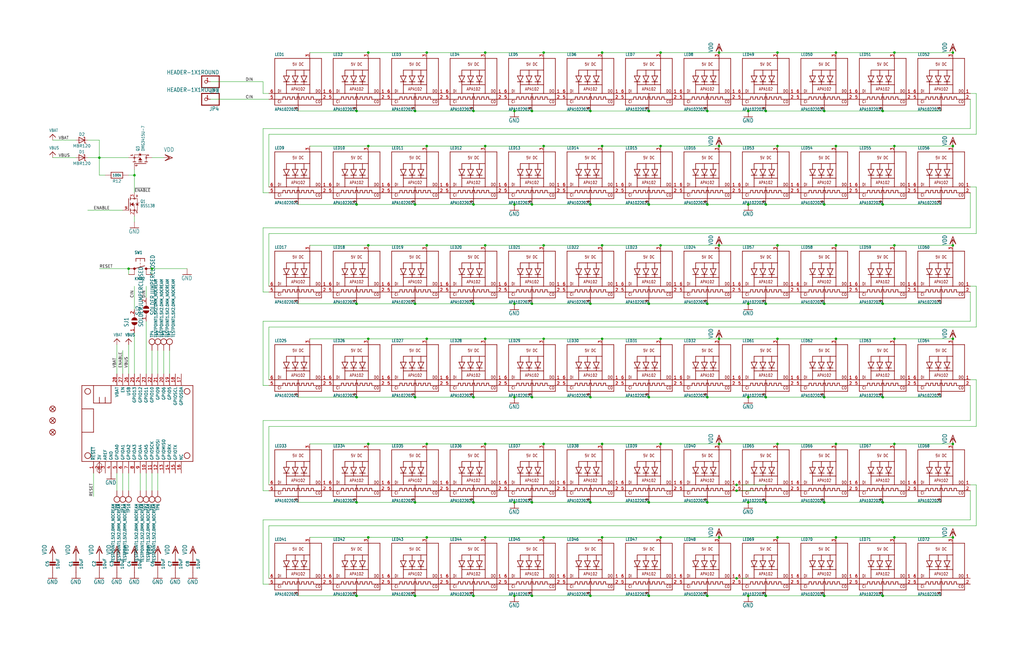
<source format=kicad_sch>
(kicad_sch (version 20211123) (generator eeschema)
  (paper "User" 444.957 284.048)
  (junction (at 66.04 116.84))
  (junction (at 287.02 63.5))
  (junction (at 337.82 106.68))
  (junction (at 223.52 218.44))
  (junction (at 58.42 76.2))
  (junction (at 363.22 106.68))
  (junction (at 414.02 147.32))
  (junction (at 307.34 88.9))
  (junction (at 307.34 218.44))
  (junction (at 261.62 63.5))
  (junction (at 231.14 88.9))
  (junction (at 287.02 147.32))
  (junction (at 383.54 88.9))
  (junction (at 261.62 233.68))
  (junction (at 320.04 213.36))
  (junction (at 383.54 259.08))
  (junction (at 210.82 193.04))
  (junction (at 337.82 233.68))
  (junction (at 256.54 48.26))
  (junction (at 325.12 218.44))
  (junction (at 363.22 63.5))
  (junction (at 160.02 106.68))
  (junction (at 210.82 22.86))
  (junction (at 388.62 233.68))
  (junction (at 210.82 147.32))
  (junction (at 307.34 132.08))
  (junction (at 358.14 218.44))
  (junction (at 307.34 48.26))
  (junction (at 388.62 193.04))
  (junction (at 332.74 218.44))
  (junction (at 261.62 193.04))
  (junction (at 185.42 106.68))
  (junction (at 236.22 63.5))
  (junction (at 154.94 218.44))
  (junction (at 180.34 132.08))
  (junction (at 154.94 172.72))
  (junction (at 160.02 233.68))
  (junction (at 363.22 22.86))
  (junction (at 160.02 193.04))
  (junction (at 231.14 48.26))
  (junction (at 154.94 259.08))
  (junction (at 363.22 233.68))
  (junction (at 205.74 132.08))
  (junction (at 180.34 218.44))
  (junction (at 312.42 147.32))
  (junction (at 261.62 22.86))
  (junction (at 358.14 259.08))
  (junction (at 332.74 48.26))
  (junction (at 281.94 132.08))
  (junction (at 236.22 106.68))
  (junction (at 160.02 63.5))
  (junction (at 223.52 132.08))
  (junction (at 307.34 172.72))
  (junction (at 236.22 193.04))
  (junction (at 358.14 48.26))
  (junction (at 287.02 233.68))
  (junction (at 180.34 48.26))
  (junction (at 223.52 172.72))
  (junction (at 383.54 172.72))
  (junction (at 312.42 63.5))
  (junction (at 231.14 259.08))
  (junction (at 256.54 172.72))
  (junction (at 358.14 88.9))
  (junction (at 205.74 172.72))
  (junction (at 185.42 193.04))
  (junction (at 287.02 106.68))
  (junction (at 388.62 147.32))
  (junction (at 236.22 147.32))
  (junction (at 256.54 259.08))
  (junction (at 180.34 259.08))
  (junction (at 210.82 233.68))
  (junction (at 256.54 88.9))
  (junction (at 320.04 251.46))
  (junction (at 185.42 147.32))
  (junction (at 185.42 63.5))
  (junction (at 337.82 193.04))
  (junction (at 388.62 63.5))
  (junction (at 281.94 88.9))
  (junction (at 307.34 259.08))
  (junction (at 414.02 63.5))
  (junction (at 414.02 193.04))
  (junction (at 180.34 88.9))
  (junction (at 210.82 106.68))
  (junction (at 312.42 233.68))
  (junction (at 231.14 218.44))
  (junction (at 281.94 218.44))
  (junction (at 256.54 218.44))
  (junction (at 154.94 88.9))
  (junction (at 414.02 233.68))
  (junction (at 281.94 172.72))
  (junction (at 414.02 106.68))
  (junction (at 332.74 259.08))
  (junction (at 205.74 48.26))
  (junction (at 337.82 22.86))
  (junction (at 312.42 193.04))
  (junction (at 325.12 48.26))
  (junction (at 185.42 233.68))
  (junction (at 383.54 132.08))
  (junction (at 180.34 172.72))
  (junction (at 223.52 48.26))
  (junction (at 332.74 132.08))
  (junction (at 205.74 88.9))
  (junction (at 281.94 48.26))
  (junction (at 388.62 106.68))
  (junction (at 363.22 193.04))
  (junction (at 210.82 63.5))
  (junction (at 332.74 172.72))
  (junction (at 154.94 132.08))
  (junction (at 236.22 233.68))
  (junction (at 358.14 172.72))
  (junction (at 261.62 147.32))
  (junction (at 205.74 259.08))
  (junction (at 287.02 22.86))
  (junction (at 43.18 68.58))
  (junction (at 287.02 193.04))
  (junction (at 55.88 116.84))
  (junction (at 256.54 132.08))
  (junction (at 337.82 63.5))
  (junction (at 337.82 147.32))
  (junction (at 332.74 88.9))
  (junction (at 325.12 132.08))
  (junction (at 281.94 259.08))
  (junction (at 312.42 22.86))
  (junction (at 383.54 48.26))
  (junction (at 231.14 172.72))
  (junction (at 154.94 48.26))
  (junction (at 388.62 22.86))
  (junction (at 320.04 210.82))
  (junction (at 236.22 22.86))
  (junction (at 358.14 132.08))
  (junction (at 223.52 259.08))
  (junction (at 160.02 147.32))
  (junction (at 223.52 88.9))
  (junction (at 363.22 147.32))
  (junction (at 185.42 22.86))
  (junction (at 325.12 259.08))
  (junction (at 383.54 218.44))
  (junction (at 261.62 106.68))
  (junction (at 231.14 132.08))
  (junction (at 312.42 106.68))
  (junction (at 325.12 172.72))
  (junction (at 160.02 22.86))
  (junction (at 325.12 88.9))
  (junction (at 414.02 22.86))
  (junction (at 205.74 218.44))
  (wire (pts (xy 388.62 193.04) (xy 414.02 193.04)))
  (wire (pts (xy 129.54 172.72) (xy 154.94 172.72)))
  (wire (pts (xy 358.14 259.08) (xy 383.54 259.08)))
  (wire (pts (xy 312.42 147.32) (xy 337.82 147.32)))
  (wire (pts (xy 129.54 218.44) (xy 154.94 218.44)))
  (wire (pts (xy 154.94 218.44) (xy 180.34 218.44)))
  (wire (pts (xy 134.62 233.68) (xy 160.02 233.68)))
  (wire (pts (xy 58.42 134.62) (xy 58.42 124.46)))
  (wire (pts (xy 205.74 132.08) (xy 223.52 132.08)))
  (wire (pts (xy 307.34 48.26) (xy 325.12 48.26)))
  (wire (pts (xy 66.04 116.84) (xy 81.28 116.84)))
  (wire (pts (xy 337.82 193.04) (xy 363.22 193.04)))
  (wire (pts (xy 337.82 22.86) (xy 363.22 22.86)))
  (wire (pts (xy 383.54 259.08) (xy 408.94 259.08)))
  (wire (pts (xy 185.42 106.68) (xy 210.82 106.68)))
  (wire (pts (xy 43.18 60.96) (xy 38.1 60.96)))
  (wire (pts (xy 154.94 48.26) (xy 180.34 48.26)))
  (wire (pts (xy 180.34 172.72) (xy 205.74 172.72)))
  (wire (pts (xy 223.52 132.08) (xy 231.14 132.08)))
  (wire (pts (xy 114.3 182.88) (xy 114.3 213.36)))
  (wire (pts (xy 185.42 22.86) (xy 210.82 22.86)))
  (wire (pts (xy 129.54 132.08) (xy 154.94 132.08)))
  (wire (pts (xy 114.3 35.56) (xy 114.3 40.64)))
  (wire (pts (xy 332.74 218.44) (xy 358.14 218.44)))
  (wire (pts (xy 71.12 68.58) (xy 66.04 68.58)))
  (wire (pts (xy 185.42 63.5) (xy 210.82 63.5)))
  (wire (pts (xy 185.42 193.04) (xy 210.82 193.04)))
  (wire (pts (xy 261.62 147.32) (xy 287.02 147.32)))
  (wire (pts (xy 114.3 99.06) (xy 114.3 127)))
  (wire (pts (xy 337.82 233.68) (xy 363.22 233.68)))
  (wire (pts (xy 424.18 228.6) (xy 424.18 210.82)))
  (wire (pts (xy 210.82 22.86) (xy 236.22 22.86)))
  (wire (pts (xy 116.84 251.46) (xy 116.84 228.6)))
  (wire (pts (xy 116.84 81.28) (xy 116.84 58.42)))
  (wire (pts (xy 261.62 22.86) (xy 287.02 22.86)))
  (wire (pts (xy 421.64 83.82) (xy 421.64 99.06)))
  (wire (pts (xy 55.88 116.84) (xy 43.18 116.84)))
  (wire (pts (xy 332.74 88.9) (xy 358.14 88.9)))
  (wire (pts (xy 424.18 58.42) (xy 424.18 40.64)))
  (wire (pts (xy 421.64 43.18) (xy 421.64 55.88)))
  (wire (pts (xy 114.3 213.36) (xy 116.84 213.36)))
  (wire (pts (xy 312.42 22.86) (xy 337.82 22.86)))
  (wire (pts (xy 363.22 147.32) (xy 388.62 147.32)))
  (wire (pts (xy 388.62 233.68) (xy 414.02 233.68)))
  (wire (pts (xy 129.54 259.08) (xy 154.94 259.08)))
  (wire (pts (xy 154.94 88.9) (xy 180.34 88.9)))
  (wire (pts (xy 325.12 218.44) (xy 332.74 218.44)))
  (wire (pts (xy 363.22 193.04) (xy 388.62 193.04)))
  (wire (pts (xy 281.94 172.72) (xy 307.34 172.72)))
  (wire (pts (xy 114.3 127) (xy 116.84 127)))
  (wire (pts (xy 114.3 83.82) (xy 116.84 83.82)))
  (wire (pts (xy 210.82 233.68) (xy 236.22 233.68)))
  (wire (pts (xy 180.34 88.9) (xy 205.74 88.9)))
  (wire (pts (xy 256.54 88.9) (xy 281.94 88.9)))
  (wire (pts (xy 223.52 172.72) (xy 231.14 172.72)))
  (wire (pts (xy 281.94 88.9) (xy 307.34 88.9)))
  (wire (pts (xy 223.52 259.08) (xy 231.14 259.08)))
  (wire (pts (xy 114.3 167.64) (xy 114.3 139.7)))
  (wire (pts (xy 33.02 60.96) (xy 22.86 60.96)))
  (wire (pts (xy 160.02 106.68) (xy 185.42 106.68)))
  (wire (pts (xy 363.22 63.5) (xy 388.62 63.5)))
  (wire (pts (xy 231.14 218.44) (xy 256.54 218.44)))
  (wire (pts (xy 210.82 63.5) (xy 236.22 63.5)))
  (wire (pts (xy 160.02 233.68) (xy 185.42 233.68)))
  (wire (pts (xy 223.52 88.9) (xy 231.14 88.9)))
  (wire (pts (xy 134.62 193.04) (xy 160.02 193.04)))
  (wire (pts (xy 332.74 48.26) (xy 358.14 48.26)))
  (wire (pts (xy 116.84 254) (xy 114.3 254)))
  (wire (pts (xy 421.64 99.06) (xy 114.3 99.06)))
  (wire (pts (xy 236.22 22.86) (xy 261.62 22.86)))
  (wire (pts (xy 358.14 88.9) (xy 383.54 88.9)))
  (wire (pts (xy 40.64 205.74) (xy 40.64 215.9)))
  (wire (pts (xy 68.58 213.36) (xy 68.58 205.74)))
  (wire (pts (xy 281.94 218.44) (xy 307.34 218.44)))
  (wire (pts (xy 71.12 152.4) (xy 71.12 162.56)))
  (wire (pts (xy 358.14 218.44) (xy 383.54 218.44)))
  (wire (pts (xy 63.5 213.36) (xy 63.5 205.74)))
  (wire (pts (xy 231.14 259.08) (xy 256.54 259.08)))
  (wire (pts (xy 205.74 48.26) (xy 223.52 48.26)))
  (wire (pts (xy 55.88 68.58) (xy 43.18 68.58)))
  (wire (pts (xy 180.34 132.08) (xy 205.74 132.08)))
  (wire (pts (xy 116.84 101.6) (xy 424.18 101.6)))
  (wire (pts (xy 91.44 43.18) (xy 116.84 43.18)))
  (wire (pts (xy 424.18 40.64) (xy 421.64 40.64)))
  (wire (pts (xy 43.18 68.58) (xy 43.18 60.96)))
  (wire (pts (xy 114.3 139.7) (xy 421.64 139.7)))
  (wire (pts (xy 210.82 106.68) (xy 236.22 106.68)))
  (wire (pts (xy 327.66 213.36) (xy 320.04 213.36)))
  (wire (pts (xy 383.54 88.9) (xy 408.94 88.9)))
  (wire (pts (xy 43.18 76.2) (xy 45.72 76.2)))
  (wire (pts (xy 114.3 254) (xy 114.3 226.06)))
  (wire (pts (xy 236.22 147.32) (xy 261.62 147.32)))
  (wire (pts (xy 421.64 226.06) (xy 421.64 213.36)))
  (wire (pts (xy 116.84 165.1) (xy 116.84 142.24)))
  (wire (pts (xy 223.52 48.26) (xy 231.14 48.26)))
  (wire (pts (xy 236.22 193.04) (xy 261.62 193.04)))
  (wire (pts (xy 424.18 185.42) (xy 424.18 165.1)))
  (wire (pts (xy 58.42 144.78) (xy 58.42 162.56)))
  (wire (pts (xy 160.02 63.5) (xy 185.42 63.5)))
  (wire (pts (xy 116.84 210.82) (xy 116.84 185.42)))
  (wire (pts (xy 60.96 213.36) (xy 60.96 205.74)))
  (wire (pts (xy 134.62 22.86) (xy 160.02 22.86)))
  (wire (pts (xy 421.64 55.88) (xy 114.3 55.88)))
  (wire (pts (xy 256.54 132.08) (xy 281.94 132.08)))
  (wire (pts (xy 307.34 172.72) (xy 325.12 172.72)))
  (wire (pts (xy 116.84 228.6) (xy 424.18 228.6)))
  (wire (pts (xy 287.02 63.5) (xy 312.42 63.5)))
  (wire (pts (xy 223.52 218.44) (xy 231.14 218.44)))
  (wire (pts (xy 312.42 106.68) (xy 337.82 106.68)))
  (wire (pts (xy 261.62 63.5) (xy 287.02 63.5)))
  (wire (pts (xy 236.22 63.5) (xy 261.62 63.5)))
  (wire (pts (xy 281.94 259.08) (xy 307.34 259.08)))
  (wire (pts (xy 58.42 76.2) (xy 58.42 83.82)))
  (wire (pts (xy 383.54 48.26) (xy 408.94 48.26)))
  (wire (pts (xy 325.12 88.9) (xy 332.74 88.9)))
  (wire (pts (xy 325.12 172.72) (xy 332.74 172.72)))
  (wire (pts (xy 33.02 68.58) (xy 22.86 68.58)))
  (wire (pts (xy 231.14 172.72) (xy 256.54 172.72)))
  (wire (pts (xy 332.74 210.82) (xy 320.04 210.82)))
  (wire (pts (xy 358.14 172.72) (xy 383.54 172.72)))
  (wire (pts (xy 55.88 76.2) (xy 58.42 76.2)))
  (wire (pts (xy 256.54 259.08) (xy 281.94 259.08)))
  (wire (pts (xy 337.82 106.68) (xy 363.22 106.68)))
  (wire (pts (xy 421.64 182.88) (xy 114.3 182.88)))
  (wire (pts (xy 66.04 152.4) (xy 66.04 162.56)))
  (wire (pts (xy 281.94 132.08) (xy 307.34 132.08)))
  (wire (pts (xy 287.02 22.86) (xy 312.42 22.86)))
  (wire (pts (xy 261.62 233.68) (xy 287.02 233.68)))
  (wire (pts (xy 332.74 132.08) (xy 358.14 132.08)))
  (wire (pts (xy 363.22 106.68) (xy 388.62 106.68)))
  (wire (pts (xy 256.54 218.44) (xy 281.94 218.44)))
  (wire (pts (xy 325.12 132.08) (xy 332.74 132.08)))
  (wire (pts (xy 307.34 218.44) (xy 325.12 218.44)))
  (wire (pts (xy 63.5 162.56) (xy 63.5 139.7)))
  (wire (pts (xy 114.3 226.06) (xy 421.64 226.06)))
  (wire (pts (xy 134.62 106.68) (xy 160.02 106.68)))
  (wire (pts (xy 160.02 193.04) (xy 185.42 193.04)))
  (wire (pts (xy 180.34 218.44) (xy 205.74 218.44)))
  (wire (pts (xy 180.34 48.26) (xy 205.74 48.26)))
  (wire (pts (xy 337.82 63.5) (xy 363.22 63.5)))
  (wire (pts (xy 424.18 81.28) (xy 421.64 81.28)))
  (wire (pts (xy 231.14 48.26) (xy 256.54 48.26)))
  (wire (pts (xy 185.42 233.68) (xy 210.82 233.68)))
  (wire (pts (xy 358.14 132.08) (xy 383.54 132.08)))
  (wire (pts (xy 307.34 259.08) (xy 325.12 259.08)))
  (wire (pts (xy 256.54 48.26) (xy 281.94 48.26)))
  (wire (pts (xy 205.74 259.08) (xy 223.52 259.08)))
  (wire (pts (xy 154.94 172.72) (xy 180.34 172.72)))
  (wire (pts (xy 114.3 40.64) (xy 116.84 40.64)))
  (wire (pts (xy 261.62 106.68) (xy 287.02 106.68)))
  (wire (pts (xy 281.94 48.26) (xy 307.34 48.26)))
  (wire (pts (xy 424.18 124.46) (xy 421.64 124.46)))
  (wire (pts (xy 236.22 106.68) (xy 261.62 106.68)))
  (wire (pts (xy 325.12 251.46) (xy 320.04 251.46)))
  (wire (pts (xy 116.84 142.24) (xy 424.18 142.24)))
  (wire (pts (xy 50.8 162.56) (xy 50.8 149.86)))
  (wire (pts (xy 287.02 147.32) (xy 312.42 147.32)))
  (wire (pts (xy 332.74 259.08) (xy 358.14 259.08)))
  (wire (pts (xy 58.42 96.52) (xy 58.42 93.98)))
  (wire (pts (xy 332.74 172.72) (xy 358.14 172.72)))
  (wire (pts (xy 129.54 88.9) (xy 154.94 88.9)))
  (wire (pts (xy 116.84 185.42) (xy 424.18 185.42)))
  (wire (pts (xy 287.02 193.04) (xy 312.42 193.04)))
  (wire (pts (xy 424.18 142.24) (xy 424.18 124.46)))
  (wire (pts (xy 66.04 213.36) (xy 66.04 205.74)))
  (wire (pts (xy 383.54 218.44) (xy 408.94 218.44)))
  (wire (pts (xy 287.02 233.68) (xy 312.42 233.68)))
  (wire (pts (xy 73.66 152.4) (xy 73.66 162.56)))
  (wire (pts (xy 337.82 147.32) (xy 363.22 147.32)))
  (wire (pts (xy 50.8 213.36) (xy 50.8 205.74)))
  (wire (pts (xy 53.34 162.56) (xy 53.34 152.4)))
  (wire (pts (xy 53.34 213.36) (xy 53.34 205.74)))
  (wire (pts (xy 312.42 63.5) (xy 337.82 63.5)))
  (wire (pts (xy 312.42 193.04) (xy 337.82 193.04)))
  (wire (pts (xy 287.02 106.68) (xy 312.42 106.68)))
  (wire (pts (xy 205.74 218.44) (xy 223.52 218.44)))
  (wire (pts (xy 312.42 233.68) (xy 337.82 233.68)))
  (wire (pts (xy 114.3 55.88) (xy 114.3 83.82)))
  (wire (pts (xy 116.84 58.42) (xy 424.18 58.42)))
  (wire (pts (xy 421.64 139.7) (xy 421.64 127)))
  (wire (pts (xy 160.02 147.32) (xy 185.42 147.32)))
  (wire (pts (xy 154.94 259.08) (xy 180.34 259.08)))
  (wire (pts (xy 205.74 172.72) (xy 223.52 172.72)))
  (wire (pts (xy 91.44 35.56) (xy 114.3 35.56)))
  (wire (pts (xy 55.88 149.86) (xy 55.88 162.56)))
  (wire (pts (xy 231.14 88.9) (xy 256.54 88.9)))
  (wire (pts (xy 116.84 124.46) (xy 116.84 101.6)))
  (wire (pts (xy 424.18 210.82) (xy 421.64 210.82)))
  (wire (pts (xy 154.94 132.08) (xy 180.34 132.08)))
  (wire (pts (xy 116.84 167.64) (xy 114.3 167.64)))
  (wire (pts (xy 388.62 63.5) (xy 414.02 63.5)))
  (wire (pts (xy 307.34 88.9) (xy 325.12 88.9)))
  (wire (pts (xy 424.18 101.6) (xy 424.18 81.28)))
  (wire (pts (xy 325.12 48.26) (xy 332.74 48.26)))
  (wire (pts (xy 160.02 22.86) (xy 185.42 22.86)))
  (wire (pts (xy 38.1 68.58) (xy 43.18 68.58)))
  (wire (pts (xy 388.62 106.68) (xy 414.02 106.68)))
  (wire (pts (xy 358.14 48.26) (xy 383.54 48.26)))
  (wire (pts (xy 383.54 132.08) (xy 408.94 132.08)))
  (wire (pts (xy 325.12 259.08) (xy 332.74 259.08)))
  (wire (pts (xy 185.42 147.32) (xy 210.82 147.32)))
  (wire (pts (xy 307.34 132.08) (xy 325.12 132.08)))
  (wire (pts (xy 134.62 63.5) (xy 160.02 63.5)))
  (wire (pts (xy 63.5 124.46) (xy 63.5 129.54)))
  (wire (pts (xy 205.74 88.9) (xy 223.52 88.9)))
  (wire (pts (xy 129.54 48.26) (xy 154.94 48.26)))
  (wire (pts (xy 53.34 91.44) (xy 38.1 91.44)))
  (wire (pts (xy 210.82 193.04) (xy 236.22 193.04)))
  (wire (pts (xy 388.62 147.32) (xy 414.02 147.32)))
  (wire (pts (xy 421.64 167.64) (xy 421.64 182.88)))
  (wire (pts (xy 55.88 213.36) (xy 55.88 205.74)))
  (wire (pts (xy 383.54 172.72) (xy 408.94 172.72)))
  (wire (pts (xy 236.22 233.68) (xy 261.62 233.68)))
  (wire (pts (xy 66.04 116.84) (xy 66.04 119.38)))
  (wire (pts (xy 363.22 233.68) (xy 388.62 233.68)))
  (wire (pts (xy 180.34 259.08) (xy 205.74 259.08)))
  (wire (pts (xy 363.22 22.86) (xy 388.62 22.86)))
  (wire (pts (xy 231.14 132.08) (xy 256.54 132.08)))
  (wire (pts (xy 424.18 165.1) (xy 421.64 165.1)))
  (wire (pts (xy 210.82 147.32) (xy 236.22 147.32)))
  (wire (pts (xy 43.18 68.58) (xy 43.18 76.2)))
  (wire (pts (xy 388.62 22.86) (xy 414.02 22.86)))
  (wire (pts (xy 68.58 162.56) (xy 68.58 152.4)))
  (wire (pts (xy 58.42 73.66) (xy 58.42 76.2)))
  (wire (pts (xy 256.54 172.72) (xy 281.94 172.72)))
  (wire (pts (xy 261.62 193.04) (xy 287.02 193.04)))
  (wire (pts (xy 55.88 116.84) (xy 55.88 119.38)))
  (wire (pts (xy 134.62 147.32) (xy 160.02 147.32)))
  (label "RESET" (at 43.18 116.84 0) (effects (font (size 1.2446 1.2446))))
  (label "VBUS" (at 55.88 160.02 90) (effects (font (size 1.2446 1.2446))))
  (label "RESET" (at 40.64 215.9 90) (effects (font (size 1.2446 1.2446))))
  (label "ENABLE" (at 40.64 91.44 0) (effects (font (size 1.2446 1.2446))))
  (label "DIN" (at 63.5 129.54 90) (effects (font (size 1.2446 1.2446))))
  (label "CIN" (at 58.42 129.54 90) (effects (font (size 1.2446 1.2446))))
  (label "ENABLE" (at 53.34 160.02 90) (effects (font (size 1.2446 1.2446))))
  (label "CIN" (at 106.68 43.18 0) (effects (font (size 1.2446 1.2446))))
  (label "DIN" (at 106.68 35.56 0) (effects (font (size 1.2446 1.2446))))
  (label "VBUS" (at 25.4 68.58 0) (effects (font (size 1.2446 1.2446))))
  (label "~{ENABLE}" (at 58.42 83.82 0) (effects (font (size 1.2446 1.2446))))
  (label "VBAT" (at 50.8 160.02 90) (effects (font (size 1.2446 1.2446))))
  (label "VBAT" (at 25.4 60.96 0) (effects (font (size 1.2446 1.2446))))
  (global_label "3V" (shape bidirectional) (at 43.18 205.74 90) (effects (font (size 1.016 1.016))) (property "Intersheet References" "${INTERSHEET_REFS}" (effects hide)))
  (symbol (lib_id "eagleSchem-eagle-import:TESTPOINT1.5X2.0MM_NOCREAM") (at 68.58 152.4 0) (unit 1)
    (property "Reference" "TP2" (at 68.58 146.812 90) (effects (font (size 1.27 1.0795)) (justify left)))
    (property "Value" "TESTPOINT1.5X2.0MM_NOCREAM" (at 70.231 146.812 90) (effects (font (size 1.27 1.0795)) (justify left)))
    (property "Footprint" "eagleSchem:PAD-1.5X2.0" (effects hide))
  )
  (symbol (lib_id "eagleSchem-eagle-import:GND") (at 325.12 134.62 0) (unit 1)
    (property "Reference" "#GND10" (effects hide))
    (property "Value" "GND" (at 322.58 137.16 0) (effects (font (size 1.778 1.5113)) (justify left bottom)))
    (property "Footprint" "eagleSchem:" (effects hide))
  )
  (symbol (lib_id "eagleSchem-eagle-import:APA1022020") (at 231.14 119.38 0) (unit 1)
    (property "Reference" "LED21" (at 220.98 108.204 0) (effects (font (size 1.27 1.0795)) (justify left bottom)))
    (property "Value" "APA1022020" (at 220.98 132.08 0) (effects (font (size 1.27 1.0795)) (justify left bottom)))
    (property "Footprint" "eagleSchem:APA102_2020" (effects hide))
  )
  (symbol (lib_id "eagleSchem-eagle-import:APA1022020") (at 256.54 76.2 0) (unit 1)
    (property "Reference" "LED14" (at 246.38 65.024 0) (effects (font (size 1.27 1.0795)) (justify left bottom)))
    (property "Value" "APA1022020" (at 246.38 88.9 0) (effects (font (size 1.27 1.0795)) (justify left bottom)))
    (property "Footprint" "eagleSchem:APA102_2020" (effects hide))
  )
  (symbol (lib_id "eagleSchem-eagle-import:APA1022020") (at 383.54 76.2 0) (unit 1)
    (property "Reference" "LED55" (at 373.38 65.024 0) (effects (font (size 1.27 1.0795)) (justify left bottom)))
    (property "Value" "APA1022020" (at 373.38 88.9 0) (effects (font (size 1.27 1.0795)) (justify left bottom)))
    (property "Footprint" "eagleSchem:APA102_2020" (effects hide))
  )
  (symbol (lib_id "eagleSchem-eagle-import:APA1022020") (at 154.94 119.38 0) (unit 1)
    (property "Reference" "LED18" (at 144.78 108.204 0) (effects (font (size 1.27 1.0795)) (justify left bottom)))
    (property "Value" "APA1022020" (at 144.78 132.08 0) (effects (font (size 1.27 1.0795)) (justify left bottom)))
    (property "Footprint" "eagleSchem:APA102_2020" (effects hide))
  )
  (symbol (lib_id "eagleSchem-eagle-import:APA1022020") (at 256.54 205.74 0) (unit 1)
    (property "Reference" "LED38" (at 246.38 194.564 0) (effects (font (size 1.27 1.0795)) (justify left bottom)))
    (property "Value" "APA1022020" (at 246.38 218.44 0) (effects (font (size 1.27 1.0795)) (justify left bottom)))
    (property "Footprint" "eagleSchem:APA102_2020" (effects hide))
  )
  (symbol (lib_id "eagleSchem-eagle-import:GND") (at 223.52 91.44 0) (unit 1)
    (property "Reference" "#GND2" (effects hide))
    (property "Value" "GND" (at 220.98 93.98 0) (effects (font (size 1.778 1.5113)) (justify left bottom)))
    (property "Footprint" "eagleSchem:" (effects hide))
  )
  (symbol (lib_id "eagleSchem-eagle-import:APA1022020") (at 383.54 35.56 0) (unit 1)
    (property "Reference" "LED51" (at 373.38 24.384 0) (effects (font (size 1.27 1.0795)) (justify left bottom)))
    (property "Value" "APA1022020" (at 373.38 48.26 0) (effects (font (size 1.27 1.0795)) (justify left bottom)))
    (property "Footprint" "eagleSchem:APA102_2020" (effects hide))
  )
  (symbol (lib_id "eagleSchem-eagle-import:VDD") (at 50.8 238.76 0) (unit 1)
    (property "Reference" "#VDD18" (effects hide))
    (property "Value" "VDD" (at 48.26 241.3 90) (effects (font (size 1.778 1.5113)) (justify left bottom)))
    (property "Footprint" "eagleSchem:" (effects hide))
  )
  (symbol (lib_id "eagleSchem-eagle-import:VDD") (at 414.02 104.14 0) (unit 1)
    (property "Reference" "#VDD10" (effects hide))
    (property "Value" "VDD" (at 411.48 106.68 90) (effects (font (size 1.778 1.5113)) (justify left bottom)))
    (property "Footprint" "eagleSchem:" (effects hide))
  )
  (symbol (lib_id "eagleSchem-eagle-import:TESTPOINT1.5X2.0MM_NOCREAM") (at 63.5 213.36 180) (unit 1)
    (property "Reference" "TP7" (at 63.5 218.948 90) (effects (font (size 1.27 1.0795)) (justify left)))
    (property "Value" "TESTPOINT1.5X2.0MM_NOCREAM" (at 61.849 218.948 90) (effects (font (size 1.27 1.0795)) (justify left)))
    (property "Footprint" "eagleSchem:PAD-1.5X2.0" (effects hide))
  )
  (symbol (lib_id "eagleSchem-eagle-import:SOLDERJUMPERCLOSED") (at 58.42 139.7 90) (unit 1)
    (property "Reference" "SJ1" (at 55.88 142.24 0) (effects (font (size 1.778 1.5113)) (justify left bottom)))
    (property "Value" "SOLDERJUMPERCLOSED" (at 62.23 142.24 0) (effects (font (size 1.778 1.5113)) (justify left bottom)))
    (property "Footprint" "eagleSchem:SOLDERJUMPER_CLOSEDWIRE" (effects hide))
  )
  (symbol (lib_id "eagleSchem-eagle-import:VDD") (at 312.42 231.14 0) (unit 1)
    (property "Reference" "#VDD6" (effects hide))
    (property "Value" "VDD" (at 309.88 233.68 90) (effects (font (size 1.778 1.5113)) (justify left bottom)))
    (property "Footprint" "eagleSchem:" (effects hide))
  )
  (symbol (lib_id "eagleSchem-eagle-import:CAP_CERAMIC0805-NOOUTLINE") (at 43.18 246.38 0) (unit 1)
    (property "Reference" "C2" (at 40.89 245.13 90))
    (property "Value" "10uF" (at 45.48 245.13 90))
    (property "Footprint" "eagleSchem:0805-NO" (effects hide))
  )
  (symbol (lib_id "eagleSchem-eagle-import:APA1022020") (at 332.74 76.2 0) (unit 1)
    (property "Reference" "LED53" (at 322.58 65.024 0) (effects (font (size 1.27 1.0795)) (justify left bottom)))
    (property "Value" "APA1022020" (at 322.58 88.9 0) (effects (font (size 1.27 1.0795)) (justify left bottom)))
    (property "Footprint" "eagleSchem:APA102_2020" (effects hide))
  )
  (symbol (lib_id "eagleSchem-eagle-import:APA1022020") (at 358.14 160.02 0) (unit 1)
    (property "Reference" "LED62" (at 347.98 148.844 0) (effects (font (size 1.27 1.0795)) (justify left bottom)))
    (property "Value" "APA1022020" (at 347.98 172.72 0) (effects (font (size 1.27 1.0795)) (justify left bottom)))
    (property "Footprint" "eagleSchem:APA102_2020" (effects hide))
  )
  (symbol (lib_id "eagleSchem-eagle-import:TESTPOINT1.5X2.0MM_NOCREAM") (at 66.04 213.36 180) (unit 1)
    (property "Reference" "TP5" (at 66.04 218.948 90) (effects (font (size 1.27 1.0795)) (justify left)))
    (property "Value" "TESTPOINT1.5X2.0MM_NOCREAM" (at 64.389 218.948 90) (effects (font (size 1.27 1.0795)) (justify left)))
    (property "Footprint" "eagleSchem:PAD-1.5X2.0" (effects hide))
  )
  (symbol (lib_id "eagleSchem-eagle-import:VDD") (at 414.02 60.96 0) (unit 1)
    (property "Reference" "#VDD8" (effects hide))
    (property "Value" "VDD" (at 411.48 63.5 90) (effects (font (size 1.778 1.5113)) (justify left bottom)))
    (property "Footprint" "eagleSchem:" (effects hide))
  )
  (symbol (lib_id "eagleSchem-eagle-import:CAP_CERAMIC0805-NOOUTLINE") (at 50.8 246.38 0) (unit 1)
    (property "Reference" "C3" (at 48.51 245.13 90))
    (property "Value" "10uF" (at 53.1 245.13 90))
    (property "Footprint" "eagleSchem:0805-NO" (effects hide))
  )
  (symbol (lib_id "eagleSchem-eagle-import:VDD") (at 83.82 238.76 0) (unit 1)
    (property "Reference" "#VDD23" (effects hide))
    (property "Value" "VDD" (at 81.28 241.3 90) (effects (font (size 1.778 1.5113)) (justify left bottom)))
    (property "Footprint" "eagleSchem:" (effects hide))
  )
  (symbol (lib_id "eagleSchem-eagle-import:CAP_CERAMIC0805-NOOUTLINE") (at 68.58 246.38 0) (unit 1)
    (property "Reference" "C6" (at 66.29 245.13 90))
    (property "Value" "10uF" (at 70.88 245.13 90))
    (property "Footprint" "eagleSchem:0805-NO" (effects hide))
  )
  (symbol (lib_id "eagleSchem-eagle-import:APA1022020") (at 307.34 205.74 0) (unit 1)
    (property "Reference" "LED40" (at 297.18 194.564 0) (effects (font (size 1.27 1.0795)) (justify left bottom)))
    (property "Value" "APA1022020" (at 297.18 218.44 0) (effects (font (size 1.27 1.0795)) (justify left bottom)))
    (property "Footprint" "eagleSchem:APA102_2020" (effects hide))
  )
  (symbol (lib_id "eagleSchem-eagle-import:GND") (at 325.12 261.62 0) (unit 1)
    (property "Reference" "#GND13" (effects hide))
    (property "Value" "GND" (at 322.58 264.16 0) (effects (font (size 1.778 1.5113)) (justify left bottom)))
    (property "Footprint" "eagleSchem:" (effects hide))
  )
  (symbol (lib_id "eagleSchem-eagle-import:SWITCH_TACT_SMT4.6X2.8") (at 60.96 116.84 0) (unit 1)
    (property "Reference" "SW1" (at 58.42 110.49 0) (effects (font (size 1.27 1.0795)) (justify left bottom)))
    (property "Value" "KMR2" (at 58.42 121.92 0) (effects (font (size 1.27 1.0795)) (justify left bottom)))
    (property "Footprint" "eagleSchem:BTN_KMR2_4.6X2.8" (effects hide))
  )
  (symbol (lib_id "eagleSchem-eagle-import:MOSFET-PWIDE") (at 60.96 68.58 90) (unit 1)
    (property "Reference" "Q3" (at 60.579 65.786 0) (effects (font (size 1.27 1.0795)) (justify left bottom)))
    (property "Value" "DMG3415U-7" (at 62.865 65.786 0) (effects (font (size 1.27 1.0795)) (justify left bottom)))
    (property "Footprint" "eagleSchem:SOT23-WIDE" (effects hide))
  )
  (symbol (lib_id "eagleSchem-eagle-import:APA1022020") (at 256.54 246.38 0) (unit 1)
    (property "Reference" "LED46" (at 246.38 235.204 0) (effects (font (size 1.27 1.0795)) (justify left bottom)))
    (property "Value" "APA1022020" (at 246.38 259.08 0) (effects (font (size 1.27 1.0795)) (justify left bottom)))
    (property "Footprint" "eagleSchem:APA102_2020" (effects hide))
  )
  (symbol (lib_id "eagleSchem-eagle-import:APA1022020") (at 256.54 119.38 0) (unit 1)
    (property "Reference" "LED22" (at 246.38 108.204 0) (effects (font (size 1.27 1.0795)) (justify left bottom)))
    (property "Value" "APA1022020" (at 246.38 132.08 0) (effects (font (size 1.27 1.0795)) (justify left bottom)))
    (property "Footprint" "eagleSchem:APA102_2020" (effects hide))
  )
  (symbol (lib_id "eagleSchem-eagle-import:GND") (at 48.26 208.28 0) (unit 1)
    (property "Reference" "#GND21" (effects hide))
    (property "Value" "GND" (at 45.72 210.82 0) (effects (font (size 1.778 1.5113)) (justify left bottom)))
    (property "Footprint" "eagleSchem:" (effects hide))
  )
  (symbol (lib_id "eagleSchem-eagle-import:FEATHERWING") (at 35.56 200.66 0) (unit 1)
    (property "Reference" "MS1" (effects hide))
    (property "Value" "FEATHERWING" (effects hide))
    (property "Footprint" "eagleSchem:FEATHERWING" (effects hide))
  )
  (symbol (lib_id "eagleSchem-eagle-import:APA1022020") (at 256.54 35.56 0) (unit 1)
    (property "Reference" "LED6" (at 246.38 24.384 0) (effects (font (size 1.27 1.0795)) (justify left bottom)))
    (property "Value" "APA1022020" (at 246.38 48.26 0) (effects (font (size 1.27 1.0795)) (justify left bottom)))
    (property "Footprint" "eagleSchem:APA102_2020" (effects hide))
  )
  (symbol (lib_id "eagleSchem-eagle-import:APA1022020") (at 307.34 76.2 0) (unit 1)
    (property "Reference" "LED16" (at 297.18 65.024 0) (effects (font (size 1.27 1.0795)) (justify left bottom)))
    (property "Value" "APA1022020" (at 297.18 88.9 0) (effects (font (size 1.27 1.0795)) (justify left bottom)))
    (property "Footprint" "eagleSchem:APA102_2020" (effects hide))
  )
  (symbol (lib_id "eagleSchem-eagle-import:VBAT") (at 50.8 147.32 0) (unit 1)
    (property "Reference" "#U$3" (effects hide))
    (property "Value" "VBAT" (at 49.276 146.304 0) (effects (font (size 1.27 1.0795)) (justify left bottom)))
    (property "Footprint" "eagleSchem:" (effects hide))
  )
  (symbol (lib_id "eagleSchem-eagle-import:APA1022020") (at 307.34 35.56 0) (unit 1)
    (property "Reference" "LED8" (at 297.18 24.384 0) (effects (font (size 1.27 1.0795)) (justify left bottom)))
    (property "Value" "APA1022020" (at 297.18 48.26 0) (effects (font (size 1.27 1.0795)) (justify left bottom)))
    (property "Footprint" "eagleSchem:APA102_2020" (effects hide))
  )
  (symbol (lib_id "eagleSchem-eagle-import:APA1022020") (at 180.34 246.38 0) (unit 1)
    (property "Reference" "LED43" (at 170.18 235.204 0) (effects (font (size 1.27 1.0795)) (justify left bottom)))
    (property "Value" "APA1022020" (at 170.18 259.08 0) (effects (font (size 1.27 1.0795)) (justify left bottom)))
    (property "Footprint" "eagleSchem:APA102_2020" (effects hide))
  )
  (symbol (lib_id "eagleSchem-eagle-import:VDD") (at 414.02 190.5 0) (unit 1)
    (property "Reference" "#VDD12" (effects hide))
    (property "Value" "VDD" (at 411.48 193.04 90) (effects (font (size 1.778 1.5113)) (justify left bottom)))
    (property "Footprint" "eagleSchem:" (effects hide))
  )
  (symbol (lib_id "eagleSchem-eagle-import:APA1022020") (at 256.54 160.02 0) (unit 1)
    (property "Reference" "LED30" (at 246.38 148.844 0) (effects (font (size 1.27 1.0795)) (justify left bottom)))
    (property "Value" "APA1022020" (at 246.38 172.72 0) (effects (font (size 1.27 1.0795)) (justify left bottom)))
    (property "Footprint" "eagleSchem:APA102_2020" (effects hide))
  )
  (symbol (lib_id "eagleSchem-eagle-import:APA1022020") (at 307.34 160.02 0) (unit 1)
    (property "Reference" "LED32" (at 297.18 148.844 0) (effects (font (size 1.27 1.0795)) (justify left bottom)))
    (property "Value" "APA1022020" (at 297.18 172.72 0) (effects (font (size 1.27 1.0795)) (justify left bottom)))
    (property "Footprint" "eagleSchem:APA102_2020" (effects hide))
  )
  (symbol (lib_id "eagleSchem-eagle-import:VDD") (at 58.42 238.76 0) (unit 1)
    (property "Reference" "#VDD19" (effects hide))
    (property "Value" "VDD" (at 55.88 241.3 90) (effects (font (size 1.778 1.5113)) (justify left bottom)))
    (property "Footprint" "eagleSchem:" (effects hide))
  )
  (symbol (lib_id "eagleSchem-eagle-import:FIDUCIAL_1MM") (at 22.86 182.88 90) (unit 1)
    (property "Reference" "FID3" (effects hide))
    (property "Value" "FIDUCIAL_1MM" (effects hide))
    (property "Footprint" "eagleSchem:FIDUCIAL_1MM" (effects hide))
  )
  (symbol (lib_id "eagleSchem-eagle-import:TESTPOINT1.5X2.0MM_NOCREAM") (at 55.88 213.36 180) (unit 1)
    (property "Reference" "TP10" (at 55.88 218.948 90) (effects (font (size 1.27 1.0795)) (justify left)))
    (property "Value" "TESTPOINT1.5X2.0MM_NOCREAM" (at 54.229 218.948 90) (effects (font (size 1.27 1.0795)) (justify left)))
    (property "Footprint" "eagleSchem:PAD-1.5X2.0" (effects hide))
  )
  (symbol (lib_id "eagleSchem-eagle-import:APA1022020") (at 281.94 246.38 0) (unit 1)
    (property "Reference" "LED47" (at 271.78 235.204 0) (effects (font (size 1.27 1.0795)) (justify left bottom)))
    (property "Value" "APA1022020" (at 271.78 259.08 0) (effects (font (size 1.27 1.0795)) (justify left bottom)))
    (property "Footprint" "eagleSchem:APA102_2020" (effects hide))
  )
  (symbol (lib_id "eagleSchem-eagle-import:GND") (at 223.52 50.8 0) (unit 1)
    (property "Reference" "#GND1" (effects hide))
    (property "Value" "GND" (at 220.98 53.34 0) (effects (font (size 1.778 1.5113)) (justify left bottom)))
    (property "Footprint" "eagleSchem:" (effects hide))
  )
  (symbol (lib_id "eagleSchem-eagle-import:APA1022020") (at 332.74 246.38 0) (unit 1)
    (property "Reference" "LED69" (at 322.58 235.204 0) (effects (font (size 1.27 1.0795)) (justify left bottom)))
    (property "Value" "APA1022020" (at 322.58 259.08 0) (effects (font (size 1.27 1.0795)) (justify left bottom)))
    (property "Footprint" "eagleSchem:APA102_2020" (effects hide))
  )
  (symbol (lib_id "eagleSchem-eagle-import:GND") (at 50.8 251.46 0) (unit 1)
    (property "Reference" "#GND16" (effects hide))
    (property "Value" "GND" (at 48.26 254 0) (effects (font (size 1.778 1.5113)) (justify left bottom)))
    (property "Footprint" "eagleSchem:" (effects hide))
  )
  (symbol (lib_id "eagleSchem-eagle-import:CAP_CERAMIC0805-NOOUTLINE") (at 33.02 246.38 0) (unit 1)
    (property "Reference" "C1" (at 30.73 245.13 90))
    (property "Value" "10uF" (at 35.32 245.13 90))
    (property "Footprint" "eagleSchem:0805-NO" (effects hide))
  )
  (symbol (lib_id "eagleSchem-eagle-import:GND") (at 58.42 251.46 0) (unit 1)
    (property "Reference" "#GND19" (effects hide))
    (property "Value" "GND" (at 55.88 254 0) (effects (font (size 1.778 1.5113)) (justify left bottom)))
    (property "Footprint" "eagleSchem:" (effects hide))
  )
  (symbol (lib_id "eagleSchem-eagle-import:VDD") (at 33.02 238.76 0) (unit 1)
    (property "Reference" "#VDD16" (effects hide))
    (property "Value" "VDD" (at 30.48 241.3 90) (effects (font (size 1.778 1.5113)) (justify left bottom)))
    (property "Footprint" "eagleSchem:" (effects hide))
  )
  (symbol (lib_id "eagleSchem-eagle-import:APA1022020") (at 129.54 119.38 0) (unit 1)
    (property "Reference" "LED17" (at 119.38 108.204 0) (effects (font (size 1.27 1.0795)) (justify left bottom)))
    (property "Value" "APA1022020" (at 119.38 132.08 0) (effects (font (size 1.27 1.0795)) (justify left bottom)))
    (property "Footprint" "eagleSchem:APA102_2020" (effects hide))
  )
  (symbol (lib_id "eagleSchem-eagle-import:VBUS") (at 55.88 147.32 0) (unit 1)
    (property "Reference" "#U$2" (effects hide))
    (property "Value" "VBUS" (at 54.356 146.304 0) (effects (font (size 1.27 1.0795)) (justify left bottom)))
    (property "Footprint" "eagleSchem:" (effects hide))
  )
  (symbol (lib_id "eagleSchem-eagle-import:GND") (at 325.12 220.98 0) (unit 1)
    (property "Reference" "#GND12" (effects hide))
    (property "Value" "GND" (at 322.58 223.52 0) (effects (font (size 1.778 1.5113)) (justify left bottom)))
    (property "Footprint" "eagleSchem:" (effects hide))
  )
  (symbol (lib_id "eagleSchem-eagle-import:APA1022020") (at 383.54 160.02 0) (unit 1)
    (property "Reference" "LED63" (at 373.38 148.844 0) (effects (font (size 1.27 1.0795)) (justify left bottom)))
    (property "Value" "APA1022020" (at 373.38 172.72 0) (effects (font (size 1.27 1.0795)) (justify left bottom)))
    (property "Footprint" "eagleSchem:APA102_2020" (effects hide))
  )
  (symbol (lib_id "eagleSchem-eagle-import:APA1022020") (at 154.94 205.74 0) (unit 1)
    (property "Reference" "LED34" (at 144.78 194.564 0) (effects (font (size 1.27 1.0795)) (justify left bottom)))
    (property "Value" "APA1022020" (at 144.78 218.44 0) (effects (font (size 1.27 1.0795)) (justify left bottom)))
    (property "Footprint" "eagleSchem:APA102_2020" (effects hide))
  )
  (symbol (lib_id "eagleSchem-eagle-import:TESTPOINT1.5X2.0MM_NOCREAM") (at 68.58 213.36 180) (unit 1)
    (property "Reference" "TP6" (at 68.58 218.948 90) (effects (font (size 1.27 1.0795)) (justify left)))
    (property "Value" "TESTPOINT1.5X2.0MM_NOCREAM" (at 66.929 218.948 90) (effects (font (size 1.27 1.0795)) (justify left)))
    (property "Footprint" "eagleSchem:PAD-1.5X2.0" (effects hide))
  )
  (symbol (lib_id "eagleSchem-eagle-import:FIDUCIAL_1MM") (at 22.86 177.8 90) (unit 1)
    (property "Reference" "FID2" (effects hide))
    (property "Value" "FIDUCIAL_1MM" (effects hide))
    (property "Footprint" "eagleSchem:FIDUCIAL_1MM" (effects hide))
  )
  (symbol (lib_id "eagleSchem-eagle-import:GND") (at 223.52 175.26 0) (unit 1)
    (property "Reference" "#GND4" (effects hide))
    (property "Value" "GND" (at 220.98 177.8 0) (effects (font (size 1.778 1.5113)) (justify left bottom)))
    (property "Footprint" "eagleSchem:" (effects hide))
  )
  (symbol (lib_id "eagleSchem-eagle-import:APA1022020") (at 281.94 76.2 0) (unit 1)
    (property "Reference" "LED15" (at 271.78 65.024 0) (effects (font (size 1.27 1.0795)) (justify left bottom)))
    (property "Value" "APA1022020" (at 271.78 88.9 0) (effects (font (size 1.27 1.0795)) (justify left bottom)))
    (property "Footprint" "eagleSchem:APA102_2020" (effects hide))
  )
  (symbol (lib_id "eagleSchem-eagle-import:VDD") (at 312.42 190.5 0) (unit 1)
    (property "Reference" "#VDD5" (effects hide))
    (property "Value" "VDD" (at 309.88 193.04 90) (effects (font (size 1.778 1.5113)) (justify left bottom)))
    (property "Footprint" "eagleSchem:" (effects hide))
  )
  (symbol (lib_id "eagleSchem-eagle-import:APA1022020") (at 408.94 35.56 0) (unit 1)
    (property "Reference" "LED52" (at 398.78 24.384 0) (effects (font (size 1.27 1.0795)) (justify left bottom)))
    (property "Value" "APA1022020" (at 398.78 48.26 0) (effects (font (size 1.27 1.0795)) (justify left bottom)))
    (property "Footprint" "eagleSchem:APA102_2020" (effects hide))
  )
  (symbol (lib_id "eagleSchem-eagle-import:GND") (at 22.86 251.46 0) (unit 1)
    (property "Reference" "#GND20" (effects hide))
    (property "Value" "GND" (at 20.32 254 0) (effects (font (size 1.778 1.5113)) (justify left bottom)))
    (property "Footprint" "eagleSchem:" (effects hide))
  )
  (symbol (lib_id "eagleSchem-eagle-import:CAP_CERAMIC0805-NOOUTLINE") (at 58.42 246.38 0) (unit 1)
    (property "Reference" "C4" (at 56.13 245.13 90))
    (property "Value" "10uF" (at 60.72 245.13 90))
    (property "Footprint" "eagleSchem:0805-NO" (effects hide))
  )
  (symbol (lib_id "eagleSchem-eagle-import:SOLDERJUMPERCLOSED") (at 63.5 134.62 90) (unit 1)
    (property "Reference" "SJ2" (at 60.96 137.16 0) (effects (font (size 1.778 1.5113)) (justify left bottom)))
    (property "Value" "SOLDERJUMPERCLOSED" (at 67.31 137.16 0) (effects (font (size 1.778 1.5113)) (justify left bottom)))
    (property "Footprint" "eagleSchem:SOLDERJUMPER_CLOSEDWIRE" (effects hide))
  )
  (symbol (lib_id "eagleSchem-eagle-import:APA1022020") (at 231.14 246.38 0) (unit 1)
    (property "Reference" "LED45" (at 220.98 235.204 0) (effects (font (size 1.27 1.0795)) (justify left bottom)))
    (property "Value" "APA1022020" (at 220.98 259.08 0) (effects (font (size 1.27 1.0795)) (justify left bottom)))
    (property "Footprint" "eagleSchem:APA102_2020" (effects hide))
  )
  (symbol (lib_id "eagleSchem-eagle-import:APA1022020") (at 358.14 76.2 0) (unit 1)
    (property "Reference" "LED54" (at 347.98 65.024 0) (effects (font (size 1.27 1.0795)) (justify left bottom)))
    (property "Value" "APA1022020" (at 347.98 88.9 0) (effects (font (size 1.27 1.0795)) (justify left bottom)))
    (property "Footprint" "eagleSchem:APA102_2020" (effects hide))
  )
  (symbol (lib_id "eagleSchem-eagle-import:VDD") (at 312.42 60.96 0) (unit 1)
    (property "Reference" "#VDD3" (effects hide))
    (property "Value" "VDD" (at 309.88 63.5 90) (effects (font (size 1.778 1.5113)) (justify left bottom)))
    (property "Footprint" "eagleSchem:" (effects hide))
  )
  (symbol (lib_id "eagleSchem-eagle-import:GND") (at 33.02 251.46 0) (unit 1)
    (property "Reference" "#GND18" (effects hide))
    (property "Value" "GND" (at 30.48 254 0) (effects (font (size 1.778 1.5113)) (justify left bottom)))
    (property "Footprint" "eagleSchem:" (effects hide))
  )
  (symbol (lib_id "eagleSchem-eagle-import:VDD") (at 76.2 238.76 0) (unit 1)
    (property "Reference" "#VDD22" (effects hide))
    (property "Value" "VDD" (at 73.66 241.3 90) (effects (font (size 1.778 1.5113)) (justify left bottom)))
    (property "Footprint" "eagleSchem:" (effects hide))
  )
  (symbol (lib_id "eagleSchem-eagle-import:APA1022020") (at 408.94 246.38 0) (unit 1)
    (property "Reference" "LED72" (at 398.78 235.204 0) (effects (font (size 1.27 1.0795)) (justify left bottom)))
    (property "Value" "APA1022020" (at 398.78 259.08 0) (effects (font (size 1.27 1.0795)) (justify left bottom)))
    (property "Footprint" "eagleSchem:APA102_2020" (effects hide))
  )
  (symbol (lib_id "eagleSchem-eagle-import:CAP_CERAMIC0805-NOOUTLINE") (at 83.82 246.38 0) (unit 1)
    (property "Reference" "C8" (at 81.53 245.13 90))
    (property "Value" "10uF" (at 86.12 245.13 90))
    (property "Footprint" "eagleSchem:0805-NO" (effects hide))
  )
  (symbol (lib_id "eagleSchem-eagle-import:APA1022020") (at 180.34 205.74 0) (unit 1)
    (property "Reference" "LED35" (at 170.18 194.564 0) (effects (font (size 1.27 1.0795)) (justify left bottom)))
    (property "Value" "APA1022020" (at 170.18 218.44 0) (effects (font (size 1.27 1.0795)) (justify left bottom)))
    (property "Footprint" "eagleSchem:APA102_2020" (effects hide))
  )
  (symbol (lib_id "eagleSchem-eagle-import:APA1022020") (at 332.74 119.38 0) (unit 1)
    (property "Reference" "LED57" (at 322.58 108.204 0) (effects (font (size 1.27 1.0795)) (justify left bottom)))
    (property "Value" "APA1022020" (at 322.58 132.08 0) (effects (font (size 1.27 1.0795)) (justify left bottom)))
    (property "Footprint" "eagleSchem:APA102_2020" (effects hide))
  )
  (symbol (lib_id "eagleSchem-eagle-import:APA1022020") (at 180.34 35.56 0) (unit 1)
    (property "Reference" "LED3" (at 170.18 24.384 0) (effects (font (size 1.27 1.0795)) (justify left bottom)))
    (property "Value" "APA1022020" (at 170.18 48.26 0) (effects (font (size 1.27 1.0795)) (justify left bottom)))
    (property "Footprint" "eagleSchem:APA102_2020" (effects hide))
  )
  (symbol (lib_id "eagleSchem-eagle-import:HEADER-1X1ROUND") (at 88.9 43.18 180) (unit 1)
    (property "Reference" "JP4" (at 95.25 46.355 0) (effects (font (size 1.778 1.5113)) (justify left bottom)))
    (property "Value" "HEADER-1X1ROUND" (at 95.25 38.1 0) (effects (font (size 1.778 1.5113)) (justify left bottom)))
    (property "Footprint" "eagleSchem:1X01_ROUND" (effects hide))
  )
  (symbol (lib_id "eagleSchem-eagle-import:TESTPOINT1.5X2.0MM_NOCREAM") (at 60.96 213.36 180) (unit 1)
    (property "Reference" "TP9" (at 60.96 218.948 90) (effects (font (size 1.27 1.0795)) (justify left)))
    (property "Value" "TESTPOINT1.5X2.0MM_NOCREAM" (at 59.309 218.948 90) (effects (font (size 1.27 1.0795)) (justify left)))
    (property "Footprint" "eagleSchem:PAD-1.5X2.0" (effects hide))
  )
  (symbol (lib_id "eagleSchem-eagle-import:APA1022020") (at 231.14 76.2 0) (unit 1)
    (property "Reference" "LED13" (at 220.98 65.024 0) (effects (font (size 1.27 1.0795)) (justify left bottom)))
    (property "Value" "APA1022020" (at 220.98 88.9 0) (effects (font (size 1.27 1.0795)) (justify left bottom)))
    (property "Footprint" "eagleSchem:APA102_2020" (effects hide))
  )
  (symbol (lib_id "eagleSchem-eagle-import:APA1022020") (at 205.74 76.2 0) (unit 1)
    (property "Reference" "LED12" (at 195.58 65.024 0) (effects (font (size 1.27 1.0795)) (justify left bottom)))
    (property "Value" "APA1022020" (at 195.58 88.9 0) (effects (font (size 1.27 1.0795)) (justify left bottom)))
    (property "Footprint" "eagleSchem:APA102_2020" (effects hide))
  )
  (symbol (lib_id "eagleSchem-eagle-import:APA1022020") (at 129.54 76.2 0) (unit 1)
    (property "Reference" "LED9" (at 119.38 65.024 0) (effects (font (size 1.27 1.0795)) (justify left bottom)))
    (property "Value" "APA1022020" (at 119.38 88.9 0) (effects (font (size 1.27 1.0795)) (justify left bottom)))
    (property "Footprint" "eagleSchem:APA102_2020" (effects hide))
  )
  (symbol (lib_id "eagleSchem-eagle-import:APA1022020") (at 408.94 119.38 0) (unit 1)
    (property "Reference" "LED60" (at 398.78 108.204 0) (effects (font (size 1.27 1.0795)) (justify left bottom)))
    (property "Value" "APA1022020" (at 398.78 132.08 0) (effects (font (size 1.27 1.0795)) (justify left bottom)))
    (property "Footprint" "eagleSchem:APA102_2020" (effects hide))
  )
  (symbol (lib_id "eagleSchem-eagle-import:VDD") (at 414.02 144.78 0) (unit 1)
    (property "Reference" "#VDD11" (effects hide))
    (property "Value" "VDD" (at 411.48 147.32 90) (effects (font (size 1.778 1.5113)) (justify left bottom)))
    (property "Footprint" "eagleSchem:" (effects hide))
  )
  (symbol (lib_id "eagleSchem-eagle-import:APA1022020") (at 154.94 160.02 0) (unit 1)
    (property "Reference" "LED26" (at 144.78 148.844 0) (effects (font (size 1.27 1.0795)) (justify left bottom)))
    (property "Value" "APA1022020" (at 144.78 172.72 0) (effects (font (size 1.27 1.0795)) (justify left bottom)))
    (property "Footprint" "eagleSchem:APA102_2020" (effects hide))
  )
  (symbol (lib_id "eagleSchem-eagle-import:VDD") (at 312.42 144.78 0) (unit 1)
    (property "Reference" "#VDD4" (effects hide))
    (property "Value" "VDD" (at 309.88 147.32 90) (effects (font (size 1.778 1.5113)) (justify left bottom)))
    (property "Footprint" "eagleSchem:" (effects hide))
  )
  (symbol (lib_id "eagleSchem-eagle-import:GND") (at 81.28 119.38 0) (unit 1)
    (property "Reference" "#U$7" (effects hide))
    (property "Value" "GND" (at 78.74 121.92 0) (effects (font (size 1.778 1.5113)) (justify left bottom)))
    (property "Footprint" "eagleSchem:" (effects hide))
  )
  (symbol (lib_id "eagleSchem-eagle-import:APA1022020") (at 180.34 119.38 0) (unit 1)
    (property "Reference" "LED19" (at 170.18 108.204 0) (effects (font (size 1.27 1.0795)) (justify left bottom)))
    (property "Value" "APA1022020" (at 170.18 132.08 0) (effects (font (size 1.27 1.0795)) (justify left bottom)))
    (property "Footprint" "eagleSchem:APA102_2020" (effects hide))
  )
  (symbol (lib_id "eagleSchem-eagle-import:VDD") (at 73.66 68.58 270) (unit 1)
    (property "Reference" "#VDD9" (effects hide))
    (property "Value" "VDD" (at 71.12 66.04 90) (effects (font (size 1.778 1.5113)) (justify left bottom)))
    (property "Footprint" "eagleSchem:" (effects hide))
  )
  (symbol (lib_id "eagleSchem-eagle-import:RESISTOR_0603_NOOUT") (at 50.8 76.2 180) (unit 1)
    (property "Reference" "R12" (at 50.8 78.74 0))
    (property "Value" "100k" (at 50.8 76.2 0) (effects (font (size 1.016 1.016) bold)))
    (property "Footprint" "eagleSchem:0603-NO" (effects hide))
  )
  (symbol (lib_id "eagleSchem-eagle-import:TESTPOINT1.5X2.0MM_NOCREAM") (at 53.34 213.36 180) (unit 1)
    (property "Reference" "TP11" (at 53.34 218.948 90) (effects (font (size 1.27 1.0795)) (justify left)))
    (property "Value" "TESTPOINT1.5X2.0MM_NOCREAM" (at 51.689 218.948 90) (effects (font (size 1.27 1.0795)) (justify left)))
    (property "Footprint" "eagleSchem:PAD-1.5X2.0" (effects hide))
  )
  (symbol (lib_id "eagleSchem-eagle-import:APA1022020") (at 358.14 35.56 0) (unit 1)
    (property "Reference" "LED50" (at 347.98 24.384 0) (effects (font (size 1.27 1.0795)) (justify left bottom)))
    (property "Value" "APA1022020" (at 347.98 48.26 0) (effects (font (size 1.27 1.0795)) (justify left bottom)))
    (property "Footprint" "eagleSchem:APA102_2020" (effects hide))
  )
  (symbol (lib_id "eagleSchem-eagle-import:APA1022020") (at 383.54 119.38 0) (unit 1)
    (property "Reference" "LED59" (at 373.38 108.204 0) (effects (font (size 1.27 1.0795)) (justify left bottom)))
    (property "Value" "APA1022020" (at 373.38 132.08 0) (effects (font (size 1.27 1.0795)) (justify left bottom)))
    (property "Footprint" "eagleSchem:APA102_2020" (effects hide))
  )
  (symbol (lib_id "eagleSchem-eagle-import:APA1022020") (at 205.74 160.02 0) (unit 1)
    (property "Reference" "LED28" (at 195.58 148.844 0) (effects (font (size 1.27 1.0795)) (justify left bottom)))
    (property "Value" "APA1022020" (at 195.58 172.72 0) (effects (font (size 1.27 1.0795)) (justify left bottom)))
    (property "Footprint" "eagleSchem:APA102_2020" (effects hide))
  )
  (symbol (lib_id "eagleSchem-eagle-import:APA1022020") (at 408.94 160.02 0) (unit 1)
    (property "Reference" "LED64" (at 398.78 148.844 0) (effects (font (size 1.27 1.0795)) (justify left bottom)))
    (property "Value" "APA1022020" (at 398.78 172.72 0) (effects (font (size 1.27 1.0795)) (justify left bottom)))
    (property "Footprint" "eagleSchem:APA102_2020" (effects hide))
  )
  (symbol (lib_id "eagleSchem-eagle-import:APA1022020") (at 307.34 119.38 0) (unit 1)
    (property "Reference" "LED24" (at 297.18 108.204 0) (effects (font (size 1.27 1.0795)) (justify left bottom)))
    (property "Value" "APA1022020" (at 297.18 132.08 0) (effects (font (size 1.27 1.0795)) (justify left bottom)))
    (property "Footprint" "eagleSchem:APA102_2020" (effects hide))
  )
  (symbol (lib_id "eagleSchem-eagle-import:APA1022020") (at 281.94 119.38 0) (unit 1)
    (property "Reference" "LED23" (at 271.78 108.204 0) (effects (font (size 1.27 1.0795)) (justify left bottom)))
    (property "Value" "APA1022020" (at 271.78 132.08 0) (effects (font (size 1.27 1.0795)) (justify left bottom)))
    (property "Footprint" "eagleSchem:APA102_2020" (effects hide))
  )
  (symbol (lib_id "eagleSchem-eagle-import:APA1022020") (at 307.34 246.38 0) (unit 1)
    (property "Reference" "LED48" (at 297.18 235.204 0) (effects (font (size 1.27 1.0795)) (justify left bottom)))
    (property "Value" "APA1022020" (at 297.18 259.08 0) (effects (font (size 1.27 1.0795)) (justify left bottom)))
    (property "Footprint" "eagleSchem:APA102_2020" (effects hide))
  )
  (symbol (lib_id "eagleSchem-eagle-import:GND") (at 325.12 91.44 0) (unit 1)
    (property "Reference" "#GND8" (effects hide))
    (property "Value" "GND" (at 322.58 93.98 0) (effects (font (size 1.778 1.5113)) (justify left bottom)))
    (property "Footprint" "eagleSchem:" (effects hide))
  )
  (symbol (lib_id "eagleSchem-eagle-import:APA1022020") (at 180.34 160.02 0) (unit 1)
    (property "Reference" "LED27" (at 170.18 148.844 0) (effects (font (size 1.27 1.0795)) (justify left bottom)))
    (property "Value" "APA1022020" (at 170.18 172.72 0) (effects (font (size 1.27 1.0795)) (justify left bottom)))
    (property "Footprint" "eagleSchem:APA102_2020" (effects hide))
  )
  (symbol (lib_id "eagleSchem-eagle-import:APA1022020") (at 332.74 205.74 0) (unit 1)
    (property "Reference" "LED65" (at 322.58 194.564 0) (effects (font (size 1.27 1.0795)) (justify left bottom)))
    (property "Value" "APA1022020" (at 322.58 218.44 0) (effects (font (size 1.27 1.0795)) (justify left bottom)))
    (property "Footprint" "eagleSchem:APA102_2020" (effects hide))
  )
  (symbol (lib_id "eagleSchem-eagle-import:VBUS") (at 22.86 66.04 0) (unit 1)
    (property "Reference" "#U$5" (effects hide))
    (property "Value" "VBUS" (at 21.336 65.024 0) (effects (font (size 1.27 1.0795)) (justify left bottom)))
    (property "Footprint" "eagleSchem:" (effects hide))
  )
  (symbol (lib_id "eagleSchem-eagle-import:APA1022020") (at 281.94 35.56 0) (unit 1)
    (property "Reference" "LED7" (at 271.78 24.384 0) (effects (font (size 1.27 1.0795)) (justify left bottom)))
    (property "Value" "APA1022020" (at 271.78 48.26 0) (effects (font (size 1.27 1.0795)) (justify left bottom)))
    (property "Footprint" "eagleSchem:APA102_2020" (effects hide))
  )
  (symbol (lib_id "eagleSchem-eagle-import:APA1022020") (at 205.74 119.38 0) (unit 1)
    (property "Reference" "LED20" (at 195.58 108.204 0) (effects (font (size 1.27 1.0795)) (justify left bottom)))
    (property "Value" "APA1022020" (at 195.58 132.08 0) (effects (font (size 1.27 1.0795)) (justify left bottom)))
    (property "Footprint" "eagleSchem:APA102_2020" (effects hide))
  )
  (symbol (lib_id "eagleSchem-eagle-import:APA1022020") (at 205.74 35.56 0) (unit 1)
    (property "Reference" "LED4" (at 195.58 24.384 0) (effects (font (size 1.27 1.0795)) (justify left bottom)))
    (property "Value" "APA1022020" (at 195.58 48.26 0) (effects (font (size 1.27 1.0795)) (justify left bottom)))
    (property "Footprint" "eagleSchem:APA102_2020" (effects hide))
  )
  (symbol (lib_id "eagleSchem-eagle-import:VDD") (at 43.18 238.76 0) (unit 1)
    (property "Reference" "#VDD17" (effects hide))
    (property "Value" "VDD" (at 40.64 241.3 90) (effects (font (size 1.778 1.5113)) (justify left bottom)))
    (property "Footprint" "eagleSchem:" (effects hide))
  )
  (symbol (lib_id "eagleSchem-eagle-import:APA1022020") (at 205.74 205.74 0) (unit 1)
    (property "Reference" "LED36" (at 195.58 194.564 0) (effects (font (size 1.27 1.0795)) (justify left bottom)))
    (property "Value" "APA1022020" (at 195.58 218.44 0) (effects (font (size 1.27 1.0795)) (justify left bottom)))
    (property "Footprint" "eagleSchem:APA102_2020" (effects hide))
  )
  (symbol (lib_id "eagleSchem-eagle-import:GND") (at 223.52 220.98 0) (unit 1)
    (property "Reference" "#GND5" (effects hide))
    (property "Value" "GND" (at 220.98 223.52 0) (effects (font (size 1.778 1.5113)) (justify left bottom)))
    (property "Footprint" "eagleSchem:" (effects hide))
  )
  (symbol (lib_id "eagleSchem-eagle-import:FIDUCIAL_1MM") (at 22.86 187.96 90) (unit 1)
    (property "Reference" "FID1" (effects hide))
    (property "Value" "FIDUCIAL_1MM" (effects hide))
    (property "Footprint" "eagleSchem:FIDUCIAL_1MM" (effects hide))
  )
  (symbol (lib_id "eagleSchem-eagle-import:DIODE-SCHOTTKYSOD-123") (at 35.56 68.58 0) (unit 1)
    (property "Reference" "D1" (at 35.56 66.04 0))
    (property "Value" "MBR120" (at 35.56 71.08 0))
    (property "Footprint" "eagleSchem:SOD-123" (effects hide))
  )
  (symbol (lib_id "eagleSchem-eagle-import:CAP_CERAMIC0805-NOOUTLINE") (at 22.86 246.38 0) (unit 1)
    (property "Reference" "C5" (at 20.57 245.13 90))
    (property "Value" "10uF" (at 25.16 245.13 90))
    (property "Footprint" "eagleSchem:0805-NO" (effects hide))
  )
  (symbol (lib_id "eagleSchem-eagle-import:TESTPOINT1.5X2.0MM_NOCREAM") (at 73.66 152.4 0) (unit 1)
    (property "Reference" "TP1" (at 73.66 146.812 90) (effects (font (size 1.27 1.0795)) (justify left)))
    (property "Value" "TESTPOINT1.5X2.0MM_NOCREAM" (at 75.311 146.812 90) (effects (font (size 1.27 1.0795)) (justify left)))
    (property "Footprint" "eagleSchem:PAD-1.5X2.0" (effects hide))
  )
  (symbol (lib_id "eagleSchem-eagle-import:GND") (at 76.2 251.46 0) (unit 1)
    (property "Reference" "#GND22" (effects hide))
    (property "Value" "GND" (at 73.66 254 0) (effects (font (size 1.778 1.5113)) (justify left bottom)))
    (property "Footprint" "eagleSchem:" (effects hide))
  )
  (symbol (lib_id "eagleSchem-eagle-import:GND") (at 223.52 134.62 0) (unit 1)
    (property "Reference" "#GND3" (effects hide))
    (property "Value" "GND" (at 220.98 137.16 0) (effects (font (size 1.778 1.5113)) (justify left bottom)))
    (property "Footprint" "eagleSchem:" (effects hide))
  )
  (symbol (lib_id "eagleSchem-eagle-import:APA1022020") (at 281.94 205.74 0) (unit 1)
    (property "Reference" "LED39" (at 271.78 194.564 0) (effects (font (size 1.27 1.0795)) (justify left bottom)))
    (property "Value" "APA1022020" (at 271.78 218.44 0) (effects (font (size 1.27 1.0795)) (justify left bottom)))
    (property "Footprint" "eagleSchem:APA102_2020" (effects hide))
  )
  (symbol (lib_id "eagleSchem-eagle-import:GND") (at 58.42 99.06 0) (unit 1)
    (property "Reference" "#U$6" (effects hide))
    (property "Value" "GND" (at 55.88 101.6 0) (effects (font (size 1.778 1.5113)) (justify left bottom)))
    (property "Footprint" "eagleSchem:" (effects hide))
  )
  (symbol (lib_id "eagleSchem-eagle-import:APA1022020") (at 231.14 160.02 0) (unit 1)
    (property "Reference" "LED29" (at 220.98 148.844 0) (effects (font (size 1.27 1.0795)) (justify left bottom)))
    (property "Value" "APA1022020" (at 220.98 172.72 0) (effects (font (size 1.27 1.0795)) (justify left bottom)))
    (property "Footprint" "eagleSchem:APA102_2020" (effects hide))
  )
  (symbol (lib_id "eagleSchem-eagle-import:TESTPOINT1.5X2.0MM_NOCREAM") (at 71.12 152.4 0) (unit 1)
    (property "Reference" "TP3" (at 71.12 146.812 90) (effects (font (size 1.27 1.0795)) (justify left)))
    (property "Value" "TESTPOINT1.5X2.0MM_NOCREAM" (at 72.771 146.812 90) (effects (font (size 1.27 1.0795)) (justify left)))
    (property "Footprint" "eagleSchem:PAD-1.5X2.0" (effects hide))
  )
  (symbol (lib_id "eagleSchem-eagle-import:GND") (at 325.12 50.8 0) (unit 1)
    (property "Reference" "#GND7" (effects hide))
    (property "Value" "GND" (at 322.58 53.34 0) (effects (font (size 1.778 1.5113)) (justify left bottom)))
    (property "Footprint" "eagleSchem:" (effects hide))
  )
  (symbol (lib_id "eagleSchem-eagle-import:TESTPOINT1.5X2.0MM_NOCREAM") (at 50.8 213.36 180) (unit 1)
    (property "Reference" "TP8" (at 50.8 218.948 90) (effects (font (size 1.27 1.0795)) (justify left)))
    (property "Value" "TESTPOINT1.5X2.0MM_NOCREAM" (at 49.149 218.948 90) (effects (font (size 1.27 1.0795)) (justify left)))
    (property "Footprint" "eagleSchem:PAD-1.5X2.0" (effects hide))
  )
  (symbol (lib_id "eagleSchem-eagle-import:GND") (at 43.18 251.46 0) (unit 1)
    (property "Reference" "#GND17" (effects hide))
    (property "Value" "GND" (at 40.64 254 0) (effects (font (size 1.778 1.5113)) (justify left bottom)))
    (property "Footprint" "eagleSchem:" (effects hide))
  )
  (symbol (lib_id "eagleSchem-eagle-import:APA1022020") (at 408.94 76.2 0) (unit 1)
    (property "Reference" "LED56" (at 398.78 65.024 0) (effects (font (size 1.27 1.0795)) (justify left bottom)))
    (property "Value" "APA1022020" (at 398.78 88.9 0) (effects (font (size 1.27 1.0795)) (justify left bottom)))
    (property "Footprint" "eagleSchem:APA102_2020" (effects hide))
  )
  (symbol (lib_id "eagleSchem-eagle-import:APA1022020") (at 383.54 205.74 0) (unit 1)
    (property "Reference" "LED67" (at 373.38 194.564 0) (effects (font (size 1.27 1.0795)) (justify left bottom)))
    (property "Value" "APA1022020" (at 373.38 218.44 0) (effects (font (size 1.27 1.0795)) (justify left bottom)))
    (property "Footprint" "eagleSchem:APA102_2020" (effects hide))
  )
  (symbol (lib_id "eagleSchem-eagle-import:APA1022020") (at 408.94 205.74 0) (unit 1)
    (property "Reference" "LED68" (at 398.78 194.564 0) (effects (font (size 1.27 1.0795)) (justify left bottom)))
    (property "Value" "APA1022020" (at 398.78 218.44 0) (effects (font (size 1.27 1.0795)) (justify left bottom)))
    (property "Footprint" "eagleSchem:APA102_2020" (effects hide))
  )
  (symbol (lib_id "eagleSchem-eagle-import:VDD") (at 312.42 104.14 0) (unit 1)
    (property "Reference" "#VDD1" (effects hide))
    (property "Value" "VDD" (at 309.88 106.68 90) (effects (font (size 1.778 1.5113)) (justify left bottom)))
    (property "Footprint" "eagleSchem:" (effects hide))
  )
  (symbol (lib_id "eagleSchem-eagle-import:VBAT") (at 22.86 58.42 0) (unit 1)
    (property "Reference" "#U$4" (effects hide))
    (property "Value" "VBAT" (at 21.336 57.404 0) (effects (font (size 1.27 1.0795)) (justify left bottom)))
    (property "Footprint" "eagleSchem:" (effects hide))
  )
  (symbol (lib_id "eagleSchem-eagle-import:APA1022020") (at 358.14 205.74 0) (unit 1)
    (property "Reference" "LED66" (at 347.98 194.564 0) (effects (font (size 1.27 1.0795)) (justify left bottom)))
    (property "Value" "APA1022020" (at 347.98 218.44 0) (effects (font (size 1.27 1.0795)) (justify left bottom)))
    (property "Footprint" "eagleSchem:APA102_2020" (effects hide))
  )
  (symbol (lib_id "eagleSchem-eagle-import:APA1022020") (at 154.94 35.56 0) (unit 1)
    (property "Reference" "LED2" (at 144.78 24.384 0) (effects (font (size 1.27 1.0795)) (justify left bottom)))
    (property "Value" "APA1022020" (at 144.78 48.26 0) (effects (font (size 1.27 1.0795)) (justify left bottom)))
    (property "Footprint" "eagleSchem:APA102_2020" (effects hide))
  )
  (symbol (lib_id "eagleSchem-eagle-import:CAP_CERAMIC0805-NOOUTLINE") (at 76.2 246.38 0) (unit 1)
    (property "Reference" "C7" (at 73.91 245.13 90))
    (property "Value" "10uF" (at 78.5 245.13 90))
    (property "Footprint" "eagleSchem:0805-NO" (effects hide))
  )
  (symbol (lib_id "eagleSchem-eagle-import:APA1022020") (at 231.14 35.56 0) (unit 1)
    (property "Reference" "LED5" (at 220.98 24.384 0) (effects (font (size 1.27 1.0795)) (justify left bottom)))
    (property "Value" "APA1022020" (at 220.98 48.26 0) (effects (font (size 1.27 1.0795)) (justify left bottom)))
    (property "Footprint" "eagleSchem:APA102_2020" (effects hide))
  )
  (symbol (lib_id "eagleSchem-eagle-import:APA1022020") (at 154.94 76.2 0) (unit 1)
    (property "Reference" "LED10" (at 144.78 65.024 0) (effects (font (size 1.27 1.0795)) (justify left bottom)))
    (property "Value" "APA1022020" (at 144.78 88.9 0) (effects (font (size 1.27 1.0795)) (justify left bottom)))
    (property "Footprint" "eagleSchem:APA102_2020" (effects hide))
  )
  (symbol (lib_id "eagleSchem-eagle-import:APA1022020") (at 129.54 160.02 0) (unit 1)
    (property "Reference" "LED25" (at 119.38 148.844 0) (effects (font (size 1.27 1.0795)) (justify left bottom)))
    (property "Value" "APA1022020" (at 119.38 172.72 0) (effects (font (size 1.27 1.0795)) (justify left bottom)))
    (property "Footprint" "eagleSchem:APA102_2020" (effects hide))
  )
  (symbol (lib_id "eagleSchem-eagle-import:TESTPOINT1.5X2.0MM_NOCREAM") (at 66.04 152.4 0) (unit 1)
    (property "Reference" "TP4" (at 66.04 146.812 90) (effects (font (size 1.27 1.0795)) (justify left)))
    (property "Value" "TESTPOINT1.5X2.0MM_NOCREAM" (at 67.691 146.812 90) (effects (font (size 1.27 1.0795)) (justify left)))
    (property "Footprint" "eagleSchem:PAD-1.5X2.0" (effects hide))
  )
  (symbol (lib_id "eagleSchem-eagle-import:APA1022020") (at 154.94 246.38 0) (unit 1)
    (property "Reference" "LED42" (at 144.78 235.204 0) (effects (font (size 1.27 1.0795)) (justify left bottom)))
    (property "Value" "APA1022020" (at 144.78 259.08 0) (effects (font (size 1.27 1.0795)) (justify left bottom)))
    (property "Footprint" "eagleSchem:APA102_2020" (effects hide))
  )
  (symbol (lib_id "eagleSchem-eagle-import:MOSFET-NWIDE") (at 55.88 88.9 0) (unit 1)
    (property "Reference" "Q1" (at 60.96 88.265 0) (effects (font (size 1.27 1.0795)) (justify left bottom)))
    (property "Value" "BSS138" (at 60.96 90.17 0) (effects (font (size 1.27 1.0795)) (justify left bottom)))
    (property "Footprint" "eagleSchem:SOT23-WIDE" (effects hide))
  )
  (symbol (lib_id "eagleSchem-eagle-import:APA1022020") (at 358.14 119.38 0) (unit 1)
    (property "Reference" "LED58" (at 347.98 108.204 0) (effects (font (size 1.27 1.0795)) (justify left bottom)))
    (property "Value" "APA1022020" (at 347.98 132.08 0) (effects (font (size 1.27 1.0795)) (justify left bottom)))
    (property "Footprint" "eagleSchem:APA102_2020" (effects hide))
  )
  (symbol (lib_id "eagleSchem-eagle-import:APA1022020") (at 231.14 205.74 0) (unit 1)
    (property "Reference" "LED37" (at 220.98 194.564 0) (effects (font (size 1.27 1.0795)) (justify left bottom)))
    (property "Value" "APA1022020" (at 220.98 218.44 0) (effects (font (size 1.27 1.0795)) (justify left bottom)))
    (property "Footprint" "eagleSchem:APA102_2020" (effects hide))
  )
  (symbol (lib_id "eagleSchem-eagle-import:GND") (at 223.52 261.62 0) (unit 1)
    (property "Reference" "#GND6" (effects hide))
    (property "Value" "GND" (at 220.98 264.16 0) (effects (font (size 1.778 1.5113)) (justify left bottom)))
    (property "Footprint" "eagleSchem:" (effects hide))
  )
  (symbol (lib_id "eagleSchem-eagle-import:VDD") (at 312.42 20.32 0) (unit 1)
    (property "Reference" "#VDD2" (effects hide))
    (property "Value" "VDD" (at 309.88 22.86 90) (effects (font (size 1.778 1.5113)) (justify left bottom)))
    (property "Footprint" "eagleSchem:" (effects hide))
  )
  (symbol (lib_id "eagleSchem-eagle-import:APA1022020") (at 129.54 205.74 0) (unit 1)
    (property "Reference" "LED33" (at 119.38 194.564 0) (effects (font (size 1.27 1.0795)) (justify left bottom)))
    (property "Value" "APA1022020" (at 119.38 218.44 0) (effects (font (size 1.27 1.0795)) (justify left bottom)))
    (property "Footprint" "eagleSchem:APA102_2020" (effects hide))
  )
  (symbol (lib_id "eagleSchem-eagle-import:GND") (at 325.12 175.26 0) (unit 1)
    (property "Reference" "#GND11" (effects hide))
    (property "Value" "GND" (at 322.58 177.8 0) (effects (font (size 1.778 1.5113)) (justify left bottom)))
    (property "Footprint" "eagleSchem:" (effects hide))
  )
  (symbol (lib_id "eagleSchem-eagle-import:VDD") (at 22.86 238.76 0) (unit 1)
    (property "Reference" "#VDD20" (effects hide))
    (property "Value" "VDD" (at 20.32 241.3 90) (effects (font (size 1.778 1.5113)) (justify left bottom)))
    (property "Footprint" "eagleSchem:" (effects hide))
  )
  (symbol (lib_id "eagleSchem-eagle-import:VDD") (at 414.02 20.32 0) (unit 1)
    (property "Reference" "#VDD7" (effects hide))
    (property "Value" "VDD" (at 411.48 22.86 90) (effects (font (size 1.778 1.5113)) (justify left bottom)))
    (property "Footprint" "eagleSchem:" (effects hide))
  )
  (symbol (lib_id "eagleSchem-eagle-import:APA1022020") (at 180.34 76.2 0) (unit 1)
    (property "Reference" "LED11" (at 170.18 65.024 0) (effects (font (size 1.27 1.0795)) (justify left bottom)))
    (property "Value" "APA1022020" (at 170.18 88.9 0) (effects (font (size 1.27 1.0795)) (justify left bottom)))
    (property "Footprint" "eagleSchem:APA102_2020" (effects hide))
  )
  (symbol (lib_id "eagleSchem-eagle-import:GND") (at 83.82 251.46 0) (unit 1)
    (property "Reference" "#GND24" (effects hide))
    (property "Value" "GND" (at 81.28 254 0) (effects (font (size 1.778 1.5113)) (justify left bottom)))
    (property "Footprint" "eagleSchem:" (effects hide))
  )
  (symbol (lib_id "eagleSchem-eagle-import:APA1022020") (at 129.54 35.56 0) (unit 1)
    (property "Reference" "LED1" (at 119.38 24.384 0) (effects (font (size 1.27 1.0795)) (justify left bottom)))
    (property "Value" "APA1022020" (at 119.38 48.26 0) (effects (font (size 1.27 1.0795)) (justify left bottom)))
    (property "Footprint" "eagleSchem:APA102_2020" (effects hide))
  )
  (symbol (lib_id "eagleSchem-eagle-import:APA1022020") (at 332.74 160.02 0) (unit 1)
    (property "Reference" "LED61" (at 322.58 148.844 0) (effects (font (size 1.27 1.0795)) (justify left bottom)))
    (property "Value" "APA1022020" (at 322.58 172.72 0) (effects (font (size 1.27 1.0795)) (justify left bottom)))
    (property "Footprint" "eagleSchem:APA102_2020" (effects hide))
  )
  (symbol (lib_id "eagleSchem-eagle-import:HEADER-1X1ROUND") (at 88.9 35.56 180) (unit 1)
    (property "Reference" "JP3" (at 95.25 38.735 0) (effects (font (size 1.778 1.5113)) (justify left bottom)))
    (property "Value" "HEADER-1X1ROUND" (at 95.25 30.48 0) (effects (font (size 1.778 1.5113)) (justify left bottom)))
    (property "Footprint" "eagleSchem:1X01_ROUND" (effects hide))
  )
  (symbol (lib_id "eagleSchem-eagle-import:APA1022020") (at 129.54 246.38 0) (unit 1)
    (property "Reference" "LED41" (at 119.38 235.204 0) (effects (font (size 1.27 1.0795)) (justify left bottom)))
    (property "Value" "APA1022020" (at 119.38 259.08 0) (effects (font (size 1.27 1.0795)) (justify left bottom)))
    (property "Footprint" "eagleSchem:APA102_2020" (effects hide))
  )
  (symbol (lib_id "eagleSchem-eagle-import:VDD") (at 68.58 238.76 0) (unit 1)
    (property "Reference" "#VDD21" (effects hide))
    (property "Value" "VDD" (at 66.04 241.3 90) (effects (font (size 1.778 1.5113)) (justify left bottom)))
    (property "Footprint" "eagleSchem:" (effects hide))
  )
  (symbol (lib_id "eagleSchem-eagle-import:VDD") (at 414.02 231.14 0) (unit 1)
    (property "Reference" "#VDD13" (effects hide))
    (property "Value" "VDD" (at 411.48 233.68 90) (effects (font (size 1.778 1.5113)) (justify left bottom)))
    (property "Footprint" "eagleSchem:" (effects hide))
  )
  (symbol (lib_id "eagleSchem-eagle-import:APA1022020") (at 332.74 35.56 0) (unit 1)
    (property "Reference" "LED49" (at 322.58 24.384 0) (effects (font (size 1.27 1.0795)) (justify left bottom)))
    (property "Value" "APA1022020" (at 322.58 48.26 0) (effects (font (size 1.27 1.0795)) (justify left bottom)))
    (property "Footprint" "eagleSchem:APA102_2020" (effects hide))
  )
  (symbol (lib_id "eagleSchem-eagle-import:DIODE-SCHOTTKYSOD-123") (at 35.56 60.96 0) (unit 1)
    (property "Reference" "D2" (at 35.56 58.42 0))
    (property "Value" "MBR120" (at 35.56 63.46 0))
    (property "Footprint" "eagleSchem:SOD-123" (effects hide))
  )
  (symbol (lib_id "eagleSchem-eagle-import:APA1022020") (at 205.74 246.38 0) (unit 1)
    (property "Reference" "LED44" (at 195.58 235.204 0) (effects (font (size 1.27 1.0795)) (justify left bottom)))
    (property "Value" "APA1022020" (at 195.58 259.08 0) (effects (font (size 1.27 1.0795)) (justify left bottom)))
    (property "Footprint" "eagleSchem:APA102_2020" (effects hide))
  )
  (symbol (lib_id "eagleSchem-eagle-import:APA1022020") (at 358.14 246.38 0) (unit 1)
    (property "Reference" "LED70" (at 347.98 235.204 0) (effects (font (size 1.27 1.0795)) (justify left bottom)))
    (property "Value" "APA1022020" (at 347.98 259.08 0) (effects (font (size 1.27 1.0795)) (justify left bottom)))
    (property "Footprint" "eagleSchem:APA102_2020" (effects hide))
  )
  (symbol (lib_id "eagleSchem-eagle-import:GND") (at 68.58 251.46 0) (unit 1)
    (property "Reference" "#GND23" (effects hide))
    (property "Value" "GND" (at 66.04 254 0) (effects (font (size 1.778 1.5113)) (justify left bottom)))
    (property "Footprint" "eagleSchem:" (effects hide))
  )
  (symbol (lib_id "eagleSchem-eagle-import:APA1022020") (at 383.54 246.38 0) (unit 1)
    (property "Reference" "LED71" (at 373.38 235.204 0) (effects (font (size 1.27 1.0795)) (justify left bottom)))
    (property "Value" "APA1022020" (at 373.38 259.08 0) (effects (font (size 1.27 1.0795)) (justify left bottom)))
    (property "Footprint" "eagleSchem:APA102_2020" (effects hide))
  )
  (symbol (lib_id "eagleSchem-eagle-import:APA1022020") (at 281.94 160.02 0) (unit 1)
    (property "Reference" "LED31" (at 271.78 148.844 0) (effects (font (size 1.27 1.0795)) (justify left bottom)))
    (property "Value" "APA1022020" (at 271.78 172.72 0) (effects (font (size 1.27 1.0795)) (justify left bottom)))
    (property "Footprint" "eagleSchem:APA102_2020" (effects hide))
  )
)
</source>
